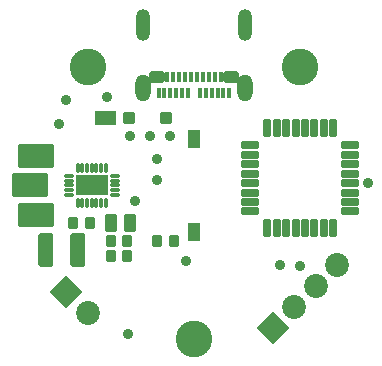
<source format=gts>
G04*
G04 #@! TF.GenerationSoftware,Altium Limited,Altium Designer,25.1.2 (22)*
G04*
G04 Layer_Color=8388736*
%FSLAX43Y43*%
%MOMM*%
G71*
G04*
G04 #@! TF.SameCoordinates,5C5EE618-6C2C-4297-BA5D-AA3BB8D6849B*
G04*
G04*
G04 #@! TF.FilePolarity,Negative*
G04*
G01*
G75*
%ADD28C,0.900*%
G04:AMPARAMS|DCode=29|XSize=1.6mm|YSize=1.1mm|CornerRadius=0.15mm|HoleSize=0mm|Usage=FLASHONLY|Rotation=90.000|XOffset=0mm|YOffset=0mm|HoleType=Round|Shape=RoundedRectangle|*
%AMROUNDEDRECTD29*
21,1,1.600,0.800,0,0,90.0*
21,1,1.300,1.100,0,0,90.0*
1,1,0.300,0.400,0.650*
1,1,0.300,0.400,-0.650*
1,1,0.300,-0.400,-0.650*
1,1,0.300,-0.400,0.650*
%
%ADD29ROUNDEDRECTD29*%
G04:AMPARAMS|DCode=30|XSize=0.65mm|YSize=1.55mm|CornerRadius=0.105mm|HoleSize=0mm|Usage=FLASHONLY|Rotation=270.000|XOffset=0mm|YOffset=0mm|HoleType=Round|Shape=RoundedRectangle|*
%AMROUNDEDRECTD30*
21,1,0.650,1.340,0,0,270.0*
21,1,0.440,1.550,0,0,270.0*
1,1,0.210,-0.670,-0.220*
1,1,0.210,-0.670,0.220*
1,1,0.210,0.670,0.220*
1,1,0.210,0.670,-0.220*
%
%ADD30ROUNDEDRECTD30*%
G04:AMPARAMS|DCode=31|XSize=0.65mm|YSize=1.55mm|CornerRadius=0.105mm|HoleSize=0mm|Usage=FLASHONLY|Rotation=180.000|XOffset=0mm|YOffset=0mm|HoleType=Round|Shape=RoundedRectangle|*
%AMROUNDEDRECTD31*
21,1,0.650,1.340,0,0,180.0*
21,1,0.440,1.550,0,0,180.0*
1,1,0.210,-0.220,0.670*
1,1,0.210,0.220,0.670*
1,1,0.210,0.220,-0.670*
1,1,0.210,-0.220,-0.670*
%
%ADD31ROUNDEDRECTD31*%
G04:AMPARAMS|DCode=32|XSize=0.8mm|YSize=1mm|CornerRadius=0.12mm|HoleSize=0mm|Usage=FLASHONLY|Rotation=180.000|XOffset=0mm|YOffset=0mm|HoleType=Round|Shape=RoundedRectangle|*
%AMROUNDEDRECTD32*
21,1,0.800,0.760,0,0,180.0*
21,1,0.560,1.000,0,0,180.0*
1,1,0.240,-0.280,0.380*
1,1,0.240,0.280,0.380*
1,1,0.240,0.280,-0.380*
1,1,0.240,-0.280,-0.380*
%
%ADD32ROUNDEDRECTD32*%
G04:AMPARAMS|DCode=33|XSize=0.4mm|YSize=0.8mm|CornerRadius=0.08mm|HoleSize=0mm|Usage=FLASHONLY|Rotation=180.000|XOffset=0mm|YOffset=0mm|HoleType=Round|Shape=RoundedRectangle|*
%AMROUNDEDRECTD33*
21,1,0.400,0.640,0,0,180.0*
21,1,0.240,0.800,0,0,180.0*
1,1,0.160,-0.120,0.320*
1,1,0.160,0.120,0.320*
1,1,0.160,0.120,-0.320*
1,1,0.160,-0.120,-0.320*
%
%ADD33ROUNDEDRECTD33*%
G04:AMPARAMS|DCode=34|XSize=1.3mm|YSize=1mm|CornerRadius=0.22mm|HoleSize=0mm|Usage=FLASHONLY|Rotation=180.000|XOffset=0mm|YOffset=0mm|HoleType=Round|Shape=RoundedRectangle|*
%AMROUNDEDRECTD34*
21,1,1.300,0.560,0,0,180.0*
21,1,0.860,1.000,0,0,180.0*
1,1,0.440,-0.430,0.280*
1,1,0.440,0.430,0.280*
1,1,0.440,0.430,-0.280*
1,1,0.440,-0.430,-0.280*
%
%ADD34ROUNDEDRECTD34*%
G04:AMPARAMS|DCode=35|XSize=2.1mm|YSize=3.1mm|CornerRadius=0.25mm|HoleSize=0mm|Usage=FLASHONLY|Rotation=90.000|XOffset=0mm|YOffset=0mm|HoleType=Round|Shape=RoundedRectangle|*
%AMROUNDEDRECTD35*
21,1,2.100,2.600,0,0,90.0*
21,1,1.600,3.100,0,0,90.0*
1,1,0.500,1.300,0.800*
1,1,0.500,1.300,-0.800*
1,1,0.500,-1.300,-0.800*
1,1,0.500,-1.300,0.800*
%
%ADD35ROUNDEDRECTD35*%
G04:AMPARAMS|DCode=36|XSize=0.3mm|YSize=0.8mm|CornerRadius=0.07mm|HoleSize=0mm|Usage=FLASHONLY|Rotation=0.000|XOffset=0mm|YOffset=0mm|HoleType=Round|Shape=RoundedRectangle|*
%AMROUNDEDRECTD36*
21,1,0.300,0.660,0,0,0.0*
21,1,0.160,0.800,0,0,0.0*
1,1,0.140,0.080,-0.330*
1,1,0.140,-0.080,-0.330*
1,1,0.140,-0.080,0.330*
1,1,0.140,0.080,0.330*
%
%ADD36ROUNDEDRECTD36*%
G04:AMPARAMS|DCode=37|XSize=0.3mm|YSize=0.8mm|CornerRadius=0.07mm|HoleSize=0mm|Usage=FLASHONLY|Rotation=270.000|XOffset=0mm|YOffset=0mm|HoleType=Round|Shape=RoundedRectangle|*
%AMROUNDEDRECTD37*
21,1,0.300,0.660,0,0,270.0*
21,1,0.160,0.800,0,0,270.0*
1,1,0.140,-0.330,-0.080*
1,1,0.140,-0.330,0.080*
1,1,0.140,0.330,0.080*
1,1,0.140,0.330,-0.080*
%
%ADD37ROUNDEDRECTD37*%
%ADD38R,2.800X1.800*%
G04:AMPARAMS|DCode=39|XSize=1.27mm|YSize=2.8mm|CornerRadius=0.167mm|HoleSize=0mm|Usage=FLASHONLY|Rotation=0.000|XOffset=0mm|YOffset=0mm|HoleType=Round|Shape=RoundedRectangle|*
%AMROUNDEDRECTD39*
21,1,1.270,2.466,0,0,0.0*
21,1,0.936,2.800,0,0,0.0*
1,1,0.334,0.468,-1.233*
1,1,0.334,-0.468,-1.233*
1,1,0.334,-0.468,1.233*
1,1,0.334,0.468,1.233*
%
%ADD39ROUNDEDRECTD39*%
G04:AMPARAMS|DCode=40|XSize=0.85mm|YSize=1.06mm|CornerRadius=0.125mm|HoleSize=0mm|Usage=FLASHONLY|Rotation=0.000|XOffset=0mm|YOffset=0mm|HoleType=Round|Shape=RoundedRectangle|*
%AMROUNDEDRECTD40*
21,1,0.850,0.810,0,0,0.0*
21,1,0.600,1.060,0,0,0.0*
1,1,0.250,0.300,-0.405*
1,1,0.250,-0.300,-0.405*
1,1,0.250,-0.300,0.405*
1,1,0.250,0.300,0.405*
%
%ADD40ROUNDEDRECTD40*%
G04:AMPARAMS|DCode=41|XSize=1.05mm|YSize=1.55mm|CornerRadius=0.145mm|HoleSize=0mm|Usage=FLASHONLY|Rotation=0.000|XOffset=0mm|YOffset=0mm|HoleType=Round|Shape=RoundedRectangle|*
%AMROUNDEDRECTD41*
21,1,1.050,1.260,0,0,0.0*
21,1,0.760,1.550,0,0,0.0*
1,1,0.290,0.380,-0.630*
1,1,0.290,-0.380,-0.630*
1,1,0.290,-0.380,0.630*
1,1,0.290,0.380,0.630*
%
%ADD41ROUNDEDRECTD41*%
G04:AMPARAMS|DCode=42|XSize=1mm|YSize=1.05mm|CornerRadius=0.14mm|HoleSize=0mm|Usage=FLASHONLY|Rotation=90.000|XOffset=0mm|YOffset=0mm|HoleType=Round|Shape=RoundedRectangle|*
%AMROUNDEDRECTD42*
21,1,1.000,0.770,0,0,90.0*
21,1,0.720,1.050,0,0,90.0*
1,1,0.280,0.385,0.360*
1,1,0.280,0.385,-0.360*
1,1,0.280,-0.385,-0.360*
1,1,0.280,-0.385,0.360*
%
%ADD42ROUNDEDRECTD42*%
%ADD43C,2.025*%
G04:AMPARAMS|DCode=44|XSize=2.025mm|YSize=2.025mm|CornerRadius=0.242mm|HoleSize=0mm|Usage=FLASHONLY|Rotation=45.000|XOffset=0mm|YOffset=0mm|HoleType=Round|Shape=RoundedRectangle|*
%AMROUNDEDRECTD44*
21,1,2.025,1.540,0,0,45.0*
21,1,1.540,2.025,0,0,45.0*
1,1,0.485,1.089,0.000*
1,1,0.485,0.000,-1.089*
1,1,0.485,-1.089,0.000*
1,1,0.485,0.000,1.089*
%
%ADD44ROUNDEDRECTD44*%
%ADD45C,3.100*%
G04:AMPARAMS|DCode=46|XSize=2.025mm|YSize=2.025mm|CornerRadius=0.242mm|HoleSize=0mm|Usage=FLASHONLY|Rotation=315.000|XOffset=0mm|YOffset=0mm|HoleType=Round|Shape=RoundedRectangle|*
%AMROUNDEDRECTD46*
21,1,2.025,1.540,0,0,315.0*
21,1,1.540,2.025,0,0,315.0*
1,1,0.485,0.000,-1.089*
1,1,0.485,-1.089,0.000*
1,1,0.485,0.000,1.089*
1,1,0.485,1.089,0.000*
%
%ADD46ROUNDEDRECTD46*%
%ADD47O,1.303X2.303*%
%ADD48O,1.200X2.700*%
G36*
X-6568Y5115D02*
X-8418D01*
Y6315D01*
X-6568D01*
Y5115D01*
D02*
G37*
D28*
X-5600Y-12600D02*
D03*
X-11430Y5207D02*
D03*
X9000Y-6800D02*
D03*
X-700Y-6400D02*
D03*
X-5000Y-1300D02*
D03*
X-3100Y500D02*
D03*
X-5400Y4200D02*
D03*
X-3700D02*
D03*
X-2000D02*
D03*
X-10804Y7207D02*
D03*
X-3100Y2200D02*
D03*
X14700Y200D02*
D03*
X-7378Y7476D02*
D03*
X7300Y-6700D02*
D03*
D29*
X0Y3950D02*
D03*
Y-3950D02*
D03*
D30*
X13225Y-2200D02*
D03*
Y-1400D02*
D03*
Y-600D02*
D03*
Y200D02*
D03*
Y1000D02*
D03*
Y1800D02*
D03*
Y2600D02*
D03*
Y3400D02*
D03*
X4775D02*
D03*
Y2600D02*
D03*
Y1800D02*
D03*
Y1000D02*
D03*
Y200D02*
D03*
Y-600D02*
D03*
Y-1400D02*
D03*
Y-2200D02*
D03*
D31*
X11800Y4825D02*
D03*
X11000D02*
D03*
X10200D02*
D03*
X9400D02*
D03*
X8600D02*
D03*
X7800D02*
D03*
X7000D02*
D03*
X6200D02*
D03*
Y-3625D02*
D03*
X7000D02*
D03*
X7800D02*
D03*
X8600D02*
D03*
X9400D02*
D03*
X10200D02*
D03*
X11000D02*
D03*
X11800D02*
D03*
D32*
X-5665Y-4699D02*
D03*
X-7035D02*
D03*
Y-5969D02*
D03*
X-5665D02*
D03*
X-3098Y-4699D02*
D03*
X-1728D02*
D03*
D33*
X3000Y7790D02*
D03*
X2500D02*
D03*
X2000D02*
D03*
X1500D02*
D03*
X1000D02*
D03*
X500Y7790D02*
D03*
X-500D02*
D03*
X-1000Y7790D02*
D03*
X-1500D02*
D03*
X-2000D02*
D03*
X-2500D02*
D03*
X-3000D02*
D03*
X-2250Y9140D02*
D03*
X-1750D02*
D03*
X-1250D02*
D03*
X-750D02*
D03*
X-250D02*
D03*
X250D02*
D03*
X750D02*
D03*
X1250D02*
D03*
X1750D02*
D03*
X2250D02*
D03*
D34*
X-3100D02*
D03*
X3100D02*
D03*
D35*
X-13405Y2500D02*
D03*
X-13905Y0D02*
D03*
X-13405Y-2500D02*
D03*
D36*
X-7455Y1450D02*
D03*
X-7855D02*
D03*
X-8255D02*
D03*
X-8655D02*
D03*
X-9055D02*
D03*
X-9455Y1450D02*
D03*
X-9855D02*
D03*
Y-1450D02*
D03*
X-9455D02*
D03*
X-9055Y-1450D02*
D03*
X-8655Y-1450D02*
D03*
X-8255Y-1450D02*
D03*
X-7855D02*
D03*
X-7455D02*
D03*
D37*
X-10605Y800D02*
D03*
Y400D02*
D03*
Y0D02*
D03*
Y-400D02*
D03*
Y-800D02*
D03*
X-6705Y-800D02*
D03*
X-6705Y-400D02*
D03*
X-6705Y0D02*
D03*
Y400D02*
D03*
Y800D02*
D03*
D38*
X-8655Y0D02*
D03*
D39*
X-12496Y-5461D02*
D03*
X-9856D02*
D03*
D40*
X-10225Y-3175D02*
D03*
X-8825D02*
D03*
D41*
X-5423D02*
D03*
X-7023D02*
D03*
D42*
X-2362Y5715D02*
D03*
X-5512D02*
D03*
D43*
X12094Y-6706D02*
D03*
X10298Y-8502D02*
D03*
X8502Y-10298D02*
D03*
X-9008Y-10804D02*
D03*
D44*
X6706Y-12094D02*
D03*
D45*
X9000Y10000D02*
D03*
X-9000D02*
D03*
X0Y-13000D02*
D03*
D46*
X-10804Y-9008D02*
D03*
D47*
X-4320Y8250D02*
D03*
X4320D02*
D03*
D48*
X-4320Y13610D02*
D03*
X4320D02*
D03*
M02*

</source>
